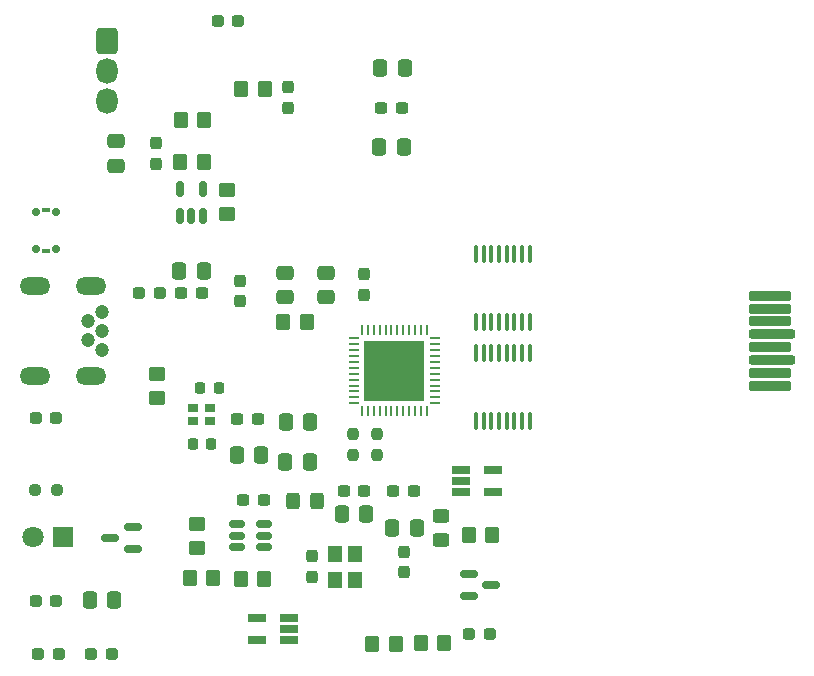
<source format=gbr>
%TF.GenerationSoftware,KiCad,Pcbnew,7.0.5*%
%TF.CreationDate,2023-07-15T17:05:49+09:00*%
%TF.ProjectId,sdmux4,73646d75-7834-42e6-9b69-6361645f7063,rev?*%
%TF.SameCoordinates,Original*%
%TF.FileFunction,Soldermask,Top*%
%TF.FilePolarity,Negative*%
%FSLAX46Y46*%
G04 Gerber Fmt 4.6, Leading zero omitted, Abs format (unit mm)*
G04 Created by KiCad (PCBNEW 7.0.5) date 2023-07-15 17:05:49*
%MOMM*%
%LPD*%
G01*
G04 APERTURE LIST*
G04 Aperture macros list*
%AMRoundRect*
0 Rectangle with rounded corners*
0 $1 Rounding radius*
0 $2 $3 $4 $5 $6 $7 $8 $9 X,Y pos of 4 corners*
0 Add a 4 corners polygon primitive as box body*
4,1,4,$2,$3,$4,$5,$6,$7,$8,$9,$2,$3,0*
0 Add four circle primitives for the rounded corners*
1,1,$1+$1,$2,$3*
1,1,$1+$1,$4,$5*
1,1,$1+$1,$6,$7*
1,1,$1+$1,$8,$9*
0 Add four rect primitives between the rounded corners*
20,1,$1+$1,$2,$3,$4,$5,0*
20,1,$1+$1,$4,$5,$6,$7,0*
20,1,$1+$1,$6,$7,$8,$9,0*
20,1,$1+$1,$8,$9,$2,$3,0*%
G04 Aperture macros list end*
%ADD10RoundRect,0.237500X0.237500X-0.300000X0.237500X0.300000X-0.237500X0.300000X-0.237500X-0.300000X0*%
%ADD11RoundRect,0.250000X-0.350000X-0.450000X0.350000X-0.450000X0.350000X0.450000X-0.350000X0.450000X0*%
%ADD12RoundRect,0.237500X0.287500X0.237500X-0.287500X0.237500X-0.287500X-0.237500X0.287500X-0.237500X0*%
%ADD13RoundRect,0.200000X-1.600000X0.200000X-1.600000X-0.200000X1.600000X-0.200000X1.600000X0.200000X0*%
%ADD14RoundRect,0.200000X-1.750000X0.200000X-1.750000X-0.200000X1.750000X-0.200000X1.750000X0.200000X0*%
%ADD15RoundRect,0.250000X0.350000X0.450000X-0.350000X0.450000X-0.350000X-0.450000X0.350000X-0.450000X0*%
%ADD16RoundRect,0.237500X-0.300000X-0.237500X0.300000X-0.237500X0.300000X0.237500X-0.300000X0.237500X0*%
%ADD17RoundRect,0.250000X-0.337500X-0.475000X0.337500X-0.475000X0.337500X0.475000X-0.337500X0.475000X0*%
%ADD18RoundRect,0.150000X-0.587500X-0.150000X0.587500X-0.150000X0.587500X0.150000X-0.587500X0.150000X0*%
%ADD19RoundRect,0.250000X0.337500X0.475000X-0.337500X0.475000X-0.337500X-0.475000X0.337500X-0.475000X0*%
%ADD20RoundRect,0.100000X-0.100000X0.637500X-0.100000X-0.637500X0.100000X-0.637500X0.100000X0.637500X0*%
%ADD21RoundRect,0.062500X0.062500X-0.375000X0.062500X0.375000X-0.062500X0.375000X-0.062500X-0.375000X0*%
%ADD22RoundRect,0.062500X0.375000X-0.062500X0.375000X0.062500X-0.375000X0.062500X-0.375000X-0.062500X0*%
%ADD23C,3.000000*%
%ADD24R,5.150000X5.150000*%
%ADD25R,1.560000X0.650000*%
%ADD26R,0.900000X0.800000*%
%ADD27RoundRect,0.150000X-0.512500X-0.150000X0.512500X-0.150000X0.512500X0.150000X-0.512500X0.150000X0*%
%ADD28RoundRect,0.250000X-0.450000X0.350000X-0.450000X-0.350000X0.450000X-0.350000X0.450000X0.350000X0*%
%ADD29RoundRect,0.237500X-0.287500X-0.237500X0.287500X-0.237500X0.287500X0.237500X-0.287500X0.237500X0*%
%ADD30C,1.200000*%
%ADD31O,2.600000X1.500000*%
%ADD32RoundRect,0.250200X-0.649800X0.849800X-0.649800X-0.849800X0.649800X-0.849800X0.649800X0.849800X0*%
%ADD33O,1.800000X2.200000*%
%ADD34R,1.200000X1.400000*%
%ADD35RoundRect,0.150000X-0.150000X0.175000X-0.150000X-0.175000X0.150000X-0.175000X0.150000X0.175000X0*%
%ADD36RoundRect,0.087500X-0.262500X0.087500X-0.262500X-0.087500X0.262500X-0.087500X0.262500X0.087500X0*%
%ADD37RoundRect,0.250000X0.475000X-0.337500X0.475000X0.337500X-0.475000X0.337500X-0.475000X-0.337500X0*%
%ADD38RoundRect,0.225000X0.225000X0.250000X-0.225000X0.250000X-0.225000X-0.250000X0.225000X-0.250000X0*%
%ADD39RoundRect,0.150000X0.150000X-0.512500X0.150000X0.512500X-0.150000X0.512500X-0.150000X-0.512500X0*%
%ADD40RoundRect,0.250000X-0.325000X-0.450000X0.325000X-0.450000X0.325000X0.450000X-0.325000X0.450000X0*%
%ADD41RoundRect,0.250000X0.450000X-0.325000X0.450000X0.325000X-0.450000X0.325000X-0.450000X-0.325000X0*%
%ADD42RoundRect,0.237500X-0.237500X0.300000X-0.237500X-0.300000X0.237500X-0.300000X0.237500X0.300000X0*%
%ADD43RoundRect,0.237500X0.300000X0.237500X-0.300000X0.237500X-0.300000X-0.237500X0.300000X-0.237500X0*%
%ADD44R,1.800000X1.800000*%
%ADD45C,1.800000*%
%ADD46RoundRect,0.237500X-0.237500X0.250000X-0.237500X-0.250000X0.237500X-0.250000X0.237500X0.250000X0*%
%ADD47RoundRect,0.250000X0.450000X-0.350000X0.450000X0.350000X-0.450000X0.350000X-0.450000X-0.350000X0*%
%ADD48RoundRect,0.237500X-0.237500X0.287500X-0.237500X-0.287500X0.237500X-0.287500X0.237500X0.287500X0*%
%ADD49RoundRect,0.237500X0.250000X0.237500X-0.250000X0.237500X-0.250000X-0.237500X0.250000X-0.237500X0*%
%ADD50RoundRect,0.150000X0.587500X0.150000X-0.587500X0.150000X-0.587500X-0.150000X0.587500X-0.150000X0*%
%ADD51RoundRect,0.225000X-0.225000X-0.250000X0.225000X-0.250000X0.225000X0.250000X-0.225000X0.250000X0*%
G04 APERTURE END LIST*
D10*
%TO.C,C408*%
X190937500Y-93555000D03*
X190937500Y-91830000D03*
%TD*%
D11*
%TO.C,R305*%
X175410000Y-78770000D03*
X177410000Y-78770000D03*
%TD*%
D12*
%TO.C,D301*%
X164875000Y-104000000D03*
X163125000Y-104000000D03*
%TD*%
D13*
%TO.C,J102*%
X225320000Y-93625000D03*
X225320000Y-94725000D03*
X225320000Y-95825000D03*
D14*
X225470000Y-96925000D03*
D13*
X225320000Y-98025000D03*
D14*
X225470000Y-99125000D03*
D13*
X225320000Y-100225000D03*
X225320000Y-101325000D03*
%TD*%
D15*
%TO.C,R304*%
X186090000Y-95850000D03*
X184090000Y-95850000D03*
%TD*%
D16*
%TO.C,C510*%
X189237500Y-110180000D03*
X190962500Y-110180000D03*
%TD*%
D10*
%TO.C,C303*%
X173280000Y-82462500D03*
X173280000Y-80737500D03*
%TD*%
D17*
%TO.C,C302*%
X175292500Y-91520000D03*
X177367500Y-91520000D03*
%TD*%
D18*
%TO.C,Q603*%
X199822500Y-117180000D03*
X199822500Y-119080000D03*
X201697500Y-118130000D03*
%TD*%
D19*
%TO.C,C411*%
X186377500Y-104320000D03*
X184302500Y-104320000D03*
%TD*%
D20*
%TO.C,U603*%
X204967000Y-98483500D03*
X204317000Y-98483500D03*
X203667000Y-98483500D03*
X203017000Y-98483500D03*
X202367000Y-98483500D03*
X201717000Y-98483500D03*
X201067000Y-98483500D03*
X200417000Y-98483500D03*
X200417000Y-104208500D03*
X201067000Y-104208500D03*
X201717000Y-104208500D03*
X202367000Y-104208500D03*
X203017000Y-104208500D03*
X203667000Y-104208500D03*
X204317000Y-104208500D03*
X204967000Y-104208500D03*
%TD*%
D16*
%TO.C,C301*%
X175467500Y-93450000D03*
X177192500Y-93450000D03*
%TD*%
D21*
%TO.C,U402*%
X190750000Y-103437500D03*
X191250000Y-103437500D03*
X191750000Y-103437500D03*
X192250000Y-103437500D03*
X192750000Y-103437500D03*
X193250000Y-103437500D03*
X193750000Y-103437500D03*
X194250000Y-103437500D03*
X194750000Y-103437500D03*
X195250000Y-103437500D03*
X195750000Y-103437500D03*
X196250000Y-103437500D03*
D22*
X196937500Y-102750000D03*
X196937500Y-102250000D03*
X196937500Y-101750000D03*
X196937500Y-101250000D03*
X196937500Y-100750000D03*
X196937500Y-100250000D03*
X196937500Y-99750000D03*
X196937500Y-99250000D03*
X196937500Y-98750000D03*
X196937500Y-98250000D03*
X196937500Y-97750000D03*
X196937500Y-97250000D03*
D21*
X196250000Y-96562500D03*
X195750000Y-96562500D03*
X195250000Y-96562500D03*
X194750000Y-96562500D03*
X194250000Y-96562500D03*
X193750000Y-96562500D03*
X193250000Y-96562500D03*
X192750000Y-96562500D03*
X192250000Y-96562500D03*
X191750000Y-96562500D03*
X191250000Y-96562500D03*
X190750000Y-96562500D03*
D22*
X190062500Y-97250000D03*
X190062500Y-97750000D03*
X190062500Y-98250000D03*
X190062500Y-98750000D03*
X190062500Y-99250000D03*
X190062500Y-99750000D03*
X190062500Y-100250000D03*
X190062500Y-100750000D03*
X190062500Y-101250000D03*
X190062500Y-101750000D03*
X190062500Y-102250000D03*
X190062500Y-102750000D03*
D23*
X193500000Y-100000000D03*
D24*
X193500000Y-100000000D03*
%TD*%
D25*
%TO.C,U601*%
X184560000Y-122810000D03*
X184560000Y-121860000D03*
X184560000Y-120910000D03*
X181860000Y-120910000D03*
X181860000Y-122810000D03*
%TD*%
D15*
%TO.C,R405*%
X182530000Y-76130000D03*
X180530000Y-76130000D03*
%TD*%
D26*
%TO.C,Y401*%
X177860000Y-103190000D03*
X176460000Y-103190000D03*
X176460000Y-104290000D03*
X177860000Y-104290000D03*
%TD*%
D19*
%TO.C,C104*%
X194307500Y-81090000D03*
X192232500Y-81090000D03*
%TD*%
D27*
%TO.C,U501*%
X180212500Y-113000000D03*
X180212500Y-113950000D03*
X180212500Y-114900000D03*
X182487500Y-114900000D03*
X182487500Y-113950000D03*
X182487500Y-113000000D03*
%TD*%
D28*
%TO.C,R303*%
X179320000Y-84700000D03*
X179320000Y-86700000D03*
%TD*%
D29*
%TO.C,D201*%
X163125000Y-119500000D03*
X164875000Y-119500000D03*
%TD*%
D30*
%TO.C,J101*%
X168750000Y-95000000D03*
X167550000Y-95800000D03*
X168750000Y-96600000D03*
X167550000Y-97400000D03*
X168750000Y-98200000D03*
D31*
X167850000Y-92800000D03*
X163050000Y-92800000D03*
X167850000Y-100400000D03*
X163050000Y-100400000D03*
%TD*%
D32*
%TO.C,U201*%
X169152500Y-72105000D03*
D33*
X169152500Y-74645000D03*
X169152500Y-77185000D03*
%TD*%
D34*
%TO.C,Y501*%
X188460000Y-115490000D03*
X188460000Y-117690000D03*
X190160000Y-117690000D03*
X190160000Y-115490000D03*
%TD*%
D11*
%TO.C,R302*%
X175340000Y-82310000D03*
X177340000Y-82310000D03*
%TD*%
D35*
%TO.C,SW301*%
X164830000Y-86525000D03*
X164830000Y-89675000D03*
X163130000Y-86525000D03*
X163130000Y-89675000D03*
D36*
X163980000Y-86375000D03*
X163980000Y-89825000D03*
%TD*%
D37*
%TO.C,C304*%
X169900000Y-82617500D03*
X169900000Y-80542500D03*
%TD*%
D38*
%TO.C,C403*%
X177985000Y-106160000D03*
X176435000Y-106160000D03*
%TD*%
D39*
%TO.C,U301*%
X175360000Y-86907500D03*
X176310000Y-86907500D03*
X177260000Y-86907500D03*
X177260000Y-84632500D03*
X175360000Y-84632500D03*
%TD*%
D40*
%TO.C,FB501*%
X184915000Y-110990000D03*
X186965000Y-110990000D03*
%TD*%
D15*
%TO.C,R601*%
X193620000Y-123100000D03*
X191620000Y-123100000D03*
%TD*%
D17*
%TO.C,C201*%
X167702500Y-119390000D03*
X169777500Y-119390000D03*
%TD*%
D41*
%TO.C,FB502*%
X197410000Y-114345000D03*
X197410000Y-112295000D03*
%TD*%
D12*
%TO.C,D302*%
X180275000Y-70400000D03*
X178525000Y-70400000D03*
%TD*%
D15*
%TO.C,R404*%
X201800000Y-113910000D03*
X199800000Y-113910000D03*
%TD*%
D19*
%TO.C,C103*%
X194357500Y-74360000D03*
X192282500Y-74360000D03*
%TD*%
D29*
%TO.C,D501*%
X167825000Y-124000000D03*
X169575000Y-124000000D03*
%TD*%
D42*
%TO.C,C504*%
X186510000Y-115717500D03*
X186510000Y-117442500D03*
%TD*%
D11*
%TO.C,R507*%
X180500000Y-117590000D03*
X182500000Y-117590000D03*
%TD*%
D20*
%TO.C,U602*%
X204967000Y-90101500D03*
X204317000Y-90101500D03*
X203667000Y-90101500D03*
X203017000Y-90101500D03*
X202367000Y-90101500D03*
X201717000Y-90101500D03*
X201067000Y-90101500D03*
X200417000Y-90101500D03*
X200417000Y-95826500D03*
X201067000Y-95826500D03*
X201717000Y-95826500D03*
X202367000Y-95826500D03*
X203017000Y-95826500D03*
X203667000Y-95826500D03*
X204317000Y-95826500D03*
X204967000Y-95826500D03*
%TD*%
D43*
%TO.C,C406*%
X181912500Y-104040000D03*
X180187500Y-104040000D03*
%TD*%
D15*
%TO.C,R506*%
X178170000Y-117560000D03*
X176170000Y-117560000D03*
%TD*%
D44*
%TO.C,D202*%
X165465000Y-114100000D03*
D45*
X162925000Y-114100000D03*
%TD*%
D17*
%TO.C,C514*%
X193302500Y-113290000D03*
X195377500Y-113290000D03*
%TD*%
D11*
%TO.C,R606*%
X195740000Y-123070000D03*
X197740000Y-123070000D03*
%TD*%
D10*
%TO.C,C305*%
X180410000Y-94112500D03*
X180410000Y-92387500D03*
%TD*%
D12*
%TO.C,D601*%
X201575000Y-122310000D03*
X199825000Y-122310000D03*
%TD*%
D46*
%TO.C,R504*%
X190000000Y-105337500D03*
X190000000Y-107162500D03*
%TD*%
D47*
%TO.C,R502*%
X176790000Y-115010000D03*
X176790000Y-113010000D03*
%TD*%
D48*
%TO.C,D401*%
X184500000Y-75985000D03*
X184500000Y-77735000D03*
%TD*%
D37*
%TO.C,C410*%
X187707500Y-93770000D03*
X187707500Y-91695000D03*
%TD*%
D10*
%TO.C,C505*%
X194290000Y-117042500D03*
X194290000Y-115317500D03*
%TD*%
D37*
%TO.C,C412*%
X184237500Y-93790000D03*
X184237500Y-91715000D03*
%TD*%
D49*
%TO.C,R203*%
X164902500Y-110120000D03*
X163077500Y-110120000D03*
%TD*%
D50*
%TO.C,Q201*%
X171327500Y-115090000D03*
X171327500Y-113190000D03*
X169452500Y-114140000D03*
%TD*%
D47*
%TO.C,R401*%
X173440000Y-102310000D03*
X173440000Y-100310000D03*
%TD*%
D43*
%TO.C,C102*%
X194132500Y-77710000D03*
X192407500Y-77710000D03*
%TD*%
D29*
%TO.C,D502*%
X163325000Y-124000000D03*
X165075000Y-124000000D03*
%TD*%
D51*
%TO.C,C404*%
X177065000Y-101450000D03*
X178615000Y-101450000D03*
%TD*%
D46*
%TO.C,R505*%
X192000000Y-105337500D03*
X192000000Y-107162500D03*
%TD*%
D17*
%TO.C,C513*%
X189052500Y-112100000D03*
X191127500Y-112100000D03*
%TD*%
D29*
%TO.C,FB301*%
X171895000Y-93420000D03*
X173645000Y-93420000D03*
%TD*%
D16*
%TO.C,C511*%
X193407500Y-110170000D03*
X195132500Y-110170000D03*
%TD*%
D19*
%TO.C,C402*%
X182217500Y-107110000D03*
X180142500Y-107110000D03*
%TD*%
%TO.C,C409*%
X186347500Y-107760000D03*
X184272500Y-107760000D03*
%TD*%
D43*
%TO.C,C502*%
X182442500Y-110970000D03*
X180717500Y-110970000D03*
%TD*%
D25*
%TO.C,U401*%
X199130000Y-108380000D03*
X199130000Y-109330000D03*
X199130000Y-110280000D03*
X201830000Y-110280000D03*
X201830000Y-108380000D03*
%TD*%
M02*

</source>
